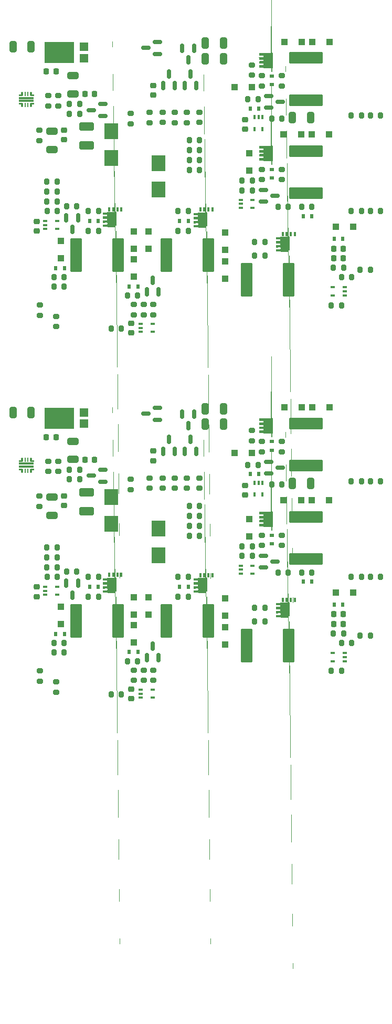
<source format=gbr>
%TF.GenerationSoftware,KiCad,Pcbnew,8.0.2+dfsg-1*%
%TF.CreationDate,2024-06-08T17:30:32+01:00*%
%TF.ProjectId,panel,70616e65-6c2e-46b6-9963-61645f706362,rev?*%
%TF.SameCoordinates,Original*%
%TF.FileFunction,Paste,Bot*%
%TF.FilePolarity,Positive*%
%FSLAX46Y46*%
G04 Gerber Fmt 4.6, Leading zero omitted, Abs format (unit mm)*
G04 Created by KiCad (PCBNEW 8.0.2+dfsg-1) date 2024-06-08 17:30:32*
%MOMM*%
%LPD*%
G01*
G04 APERTURE LIST*
G04 Aperture macros list*
%AMRoundRect*
0 Rectangle with rounded corners*
0 $1 Rounding radius*
0 $2 $3 $4 $5 $6 $7 $8 $9 X,Y pos of 4 corners*
0 Add a 4 corners polygon primitive as box body*
4,1,4,$2,$3,$4,$5,$6,$7,$8,$9,$2,$3,0*
0 Add four circle primitives for the rounded corners*
1,1,$1+$1,$2,$3*
1,1,$1+$1,$4,$5*
1,1,$1+$1,$6,$7*
1,1,$1+$1,$8,$9*
0 Add four rect primitives between the rounded corners*
20,1,$1+$1,$2,$3,$4,$5,0*
20,1,$1+$1,$4,$5,$6,$7,0*
20,1,$1+$1,$6,$7,$8,$9,0*
20,1,$1+$1,$8,$9,$2,$3,0*%
%AMFreePoly0*
4,1,5,0.202500,-0.377500,-0.202500,-0.377500,-0.202500,0.377500,0.202500,0.377500,0.202500,-0.377500,0.202500,-0.377500,$1*%
%AMFreePoly1*
4,1,53,0.118849,1.240000,0.127973,1.217973,0.150000,1.208849,0.168849,1.208849,0.168849,-1.228849,0.150000,-1.228849,0.127973,-1.237973,0.118849,-1.260000,0.118849,-1.828849,-0.118849,-1.828849,-0.118849,-1.260000,-0.127973,-1.237973,-0.150000,-1.228849,-1.318849,-1.228849,-1.318849,-1.210000,-1.327973,-1.187973,-1.350000,-1.178849,-2.018849,-1.178849,-2.018849,-0.791151,-1.350000,-0.791151,
-1.327973,-0.782027,-1.318849,-0.760000,-1.318849,-0.560000,-1.327973,-0.537973,-1.350000,-0.528849,-2.018849,-0.528849,-2.018849,-0.141151,-1.350000,-0.141151,-1.327973,-0.132027,-1.318849,-0.110000,-1.318849,0.090000,-1.327973,0.112027,-1.350000,0.121151,-2.018849,0.121151,-2.018849,0.508849,-1.350000,0.508849,-1.327973,0.517973,-1.318849,0.540000,-1.318849,0.740000,-1.327973,0.762027,
-1.350000,0.771151,-2.018849,0.771151,-2.018849,1.158849,-1.350000,1.158849,-1.327973,1.167973,-1.318849,1.190000,-1.318849,1.208849,-0.150000,1.208849,-0.127973,1.217973,-0.118849,1.240000,-0.118849,1.808849,0.118849,1.808849,0.118849,1.240000,0.118849,1.240000,$1*%
%AMFreePoly2*
4,1,27,0.269134,0.146194,0.285355,0.135355,0.296194,0.119134,0.300000,0.100000,0.300000,-0.450000,0.296194,-0.469134,0.285355,-0.485355,0.269134,-0.496194,0.250000,-0.500000,0.100000,-0.500000,0.080866,-0.496194,0.064645,-0.485355,0.053806,-0.469134,0.050000,-0.450000,0.050000,-0.150000,-0.250000,-0.150000,-0.269134,-0.146194,-0.285355,-0.135355,-0.296194,-0.119134,-0.300000,-0.100000,
-0.300000,0.100000,-0.296194,0.119134,-0.285355,0.135355,-0.269134,0.146194,-0.250000,0.150000,0.250000,0.150000,0.269134,0.146194,0.269134,0.146194,$1*%
%AMFreePoly3*
4,1,28,0.269134,0.496194,0.285355,0.485355,0.296194,0.469134,0.300000,0.450000,0.300000,-0.100000,0.296194,-0.119134,0.285355,-0.135355,0.269134,-0.146194,0.250000,-0.150000,0.000000,-0.150000,-0.250000,-0.150000,-0.269134,-0.146194,-0.285355,-0.135355,-0.296194,-0.119134,-0.300000,-0.100000,-0.300000,0.100000,-0.296194,0.119134,-0.285355,0.135355,-0.269134,0.146194,-0.250000,0.150000,
0.050000,0.150000,0.050000,0.450000,0.053806,0.469134,0.064645,0.485355,0.080866,0.496194,0.100000,0.500000,0.250000,0.500000,0.269134,0.496194,0.269134,0.496194,$1*%
%AMFreePoly4*
4,1,28,-0.080866,0.496194,-0.064645,0.485355,-0.053806,0.469134,-0.050000,0.450000,-0.050000,0.150000,0.250000,0.150000,0.269134,0.146194,0.285355,0.135355,0.296194,0.119134,0.300000,0.100000,0.300000,-0.100000,0.296194,-0.119134,0.285355,-0.135355,0.269134,-0.146194,0.250000,-0.150000,0.000000,-0.150000,-0.250000,-0.150000,-0.269134,-0.146194,-0.285355,-0.135355,-0.296194,-0.119134,
-0.300000,-0.100000,-0.300000,0.450000,-0.296194,0.469134,-0.285355,0.485355,-0.269134,0.496194,-0.250000,0.500000,-0.100000,0.500000,-0.080866,0.496194,-0.080866,0.496194,$1*%
%AMFreePoly5*
4,1,27,0.269134,0.146194,0.285355,0.135355,0.296194,0.119134,0.300000,0.100000,0.300000,-0.100000,0.296194,-0.119134,0.285355,-0.135355,0.269134,-0.146194,0.250000,-0.150000,-0.050000,-0.150000,-0.050000,-0.450000,-0.053806,-0.469134,-0.064645,-0.485355,-0.080866,-0.496194,-0.100000,-0.500000,-0.250000,-0.500000,-0.269134,-0.496194,-0.285355,-0.485355,-0.296194,-0.469134,-0.300000,-0.450000,
-0.300000,0.100000,-0.296194,0.119134,-0.285355,0.135355,-0.269134,0.146194,-0.250000,0.150000,0.250000,0.150000,0.269134,0.146194,0.269134,0.146194,$1*%
G04 Aperture macros list end*
%ADD10RoundRect,0.200000X-0.200000X-0.275000X0.200000X-0.275000X0.200000X0.275000X-0.200000X0.275000X0*%
%ADD11RoundRect,0.100000X-0.225000X-0.100000X0.225000X-0.100000X0.225000X0.100000X-0.225000X0.100000X0*%
%ADD12RoundRect,0.225000X-0.250000X0.225000X-0.250000X-0.225000X0.250000X-0.225000X0.250000X0.225000X0*%
%ADD13R,2.300000X2.500000*%
%ADD14RoundRect,0.150000X-0.150000X0.587500X-0.150000X-0.587500X0.150000X-0.587500X0.150000X0.587500X0*%
%ADD15RoundRect,0.200000X0.200000X0.275000X-0.200000X0.275000X-0.200000X-0.275000X0.200000X-0.275000X0*%
%ADD16RoundRect,0.200000X-0.275000X0.200000X-0.275000X-0.200000X0.275000X-0.200000X0.275000X0.200000X0*%
%ADD17RoundRect,0.250000X-0.325000X-0.650000X0.325000X-0.650000X0.325000X0.650000X-0.325000X0.650000X0*%
%ADD18RoundRect,0.225000X0.225000X0.250000X-0.225000X0.250000X-0.225000X-0.250000X0.225000X-0.250000X0*%
%ADD19R,1.100000X1.100000*%
%ADD20RoundRect,0.250000X-0.925000X0.412500X-0.925000X-0.412500X0.925000X-0.412500X0.925000X0.412500X0*%
%ADD21R,0.600000X0.700000*%
%ADD22RoundRect,0.225000X-0.225000X-0.250000X0.225000X-0.250000X0.225000X0.250000X-0.225000X0.250000X0*%
%ADD23RoundRect,0.200000X0.275000X-0.200000X0.275000X0.200000X-0.275000X0.200000X-0.275000X-0.200000X0*%
%ADD24RoundRect,0.100000X0.225000X0.100000X-0.225000X0.100000X-0.225000X-0.100000X0.225000X-0.100000X0*%
%ADD25RoundRect,0.250000X-0.650000X0.325000X-0.650000X-0.325000X0.650000X-0.325000X0.650000X0.325000X0*%
%ADD26RoundRect,0.250000X-0.712500X-2.475000X0.712500X-2.475000X0.712500X2.475000X-0.712500X2.475000X0*%
%ADD27RoundRect,0.150000X0.150000X-0.587500X0.150000X0.587500X-0.150000X0.587500X-0.150000X-0.587500X0*%
%ADD28RoundRect,0.250000X0.325000X0.650000X-0.325000X0.650000X-0.325000X-0.650000X0.325000X-0.650000X0*%
%ADD29RoundRect,0.250000X0.712500X2.475000X-0.712500X2.475000X-0.712500X-2.475000X0.712500X-2.475000X0*%
%ADD30R,0.700000X0.600000*%
%ADD31FreePoly0,180.000000*%
%ADD32FreePoly1,90.000000*%
%ADD33RoundRect,0.250000X-2.475000X0.712500X-2.475000X-0.712500X2.475000X-0.712500X2.475000X0.712500X0*%
%ADD34RoundRect,0.225000X0.250000X-0.225000X0.250000X0.225000X-0.250000X0.225000X-0.250000X-0.225000X0*%
%ADD35RoundRect,0.150000X-0.587500X-0.150000X0.587500X-0.150000X0.587500X0.150000X-0.587500X0.150000X0*%
%ADD36RoundRect,0.250000X0.650000X-0.325000X0.650000X0.325000X-0.650000X0.325000X-0.650000X-0.325000X0*%
%ADD37R,4.860000X3.360000*%
%ADD38R,1.400000X1.390000*%
%ADD39FreePoly2,90.000000*%
%ADD40RoundRect,0.050000X0.075000X-0.250000X0.075000X0.250000X-0.075000X0.250000X-0.075000X-0.250000X0*%
%ADD41FreePoly3,90.000000*%
%ADD42RoundRect,0.050000X1.150000X-0.100000X1.150000X0.100000X-1.150000X0.100000X-1.150000X-0.100000X0*%
%ADD43FreePoly4,90.000000*%
%ADD44FreePoly5,90.000000*%
%ADD45RoundRect,0.100000X-0.100000X0.225000X-0.100000X-0.225000X0.100000X-0.225000X0.100000X0.225000X0*%
%ADD46FreePoly0,270.000000*%
%ADD47FreePoly1,180.000000*%
%ADD48RoundRect,0.150000X0.587500X0.150000X-0.587500X0.150000X-0.587500X-0.150000X0.587500X-0.150000X0*%
G04 APERTURE END LIST*
D10*
%TO.C,R24*%
X147575000Y-56000000D03*
X149225000Y-56000000D03*
%TD*%
D11*
%TO.C,U6*%
X155900000Y-121100000D03*
X155900000Y-120450000D03*
X155900000Y-119800000D03*
X157800000Y-119800000D03*
X157800000Y-121100000D03*
%TD*%
D12*
%TO.C,C7*%
X141800000Y-101325000D03*
X141800000Y-102875000D03*
%TD*%
D13*
%TO.C,D7*%
X142600000Y-59150000D03*
X142600000Y-54850000D03*
%TD*%
D14*
%TO.C,Q4*%
X127750000Y-63662500D03*
X129650000Y-63662500D03*
X128700000Y-65537500D03*
%TD*%
D15*
%TO.C,R49*%
X173775000Y-73300000D03*
X172125000Y-73300000D03*
%TD*%
%TO.C,R38*%
X126250000Y-57875000D03*
X124600000Y-57875000D03*
%TD*%
D16*
%TO.C,R14*%
X159300000Y-40775000D03*
X159300000Y-42425000D03*
%TD*%
D17*
%TO.C,C12*%
X164225000Y-47500000D03*
X167175000Y-47500000D03*
%TD*%
D18*
%TO.C,C21*%
X172425000Y-70200000D03*
X170875000Y-70200000D03*
%TD*%
D19*
%TO.C,D26*%
X154850000Y-101600000D03*
X157650000Y-101600000D03*
%TD*%
D16*
%TO.C,R37*%
X138100000Y-105875000D03*
X138100000Y-107525000D03*
%TD*%
D19*
%TO.C,D8*%
X138600000Y-65900000D03*
X138600000Y-68700000D03*
%TD*%
D20*
%TO.C,C13*%
X131000000Y-107962500D03*
X131000000Y-111037500D03*
%TD*%
D21*
%TO.C,D2*%
X131500000Y-64200000D03*
X132900000Y-64200000D03*
%TD*%
D15*
%TO.C,R12*%
X163525000Y-120900000D03*
X161875000Y-120900000D03*
%TD*%
D16*
%TO.C,R35*%
X143300000Y-46675000D03*
X143300000Y-48325000D03*
%TD*%
D22*
%TO.C,C24*%
X130725000Y-43750000D03*
X132275000Y-43750000D03*
%TD*%
D23*
%TO.C,R7*%
X162500000Y-57525000D03*
X162500000Y-55875000D03*
%TD*%
D24*
%TO.C,U8*%
X172650000Y-133900000D03*
X172650000Y-134550000D03*
X172650000Y-135200000D03*
X170750000Y-135200000D03*
X170750000Y-133900000D03*
%TD*%
D25*
%TO.C,C20*%
X125400000Y-49725000D03*
X125400000Y-52675000D03*
%TD*%
D15*
%TO.C,R19*%
X136625000Y-81600000D03*
X134975000Y-81600000D03*
%TD*%
D25*
%TO.C,C20*%
X125400000Y-108725000D03*
X125400000Y-111675000D03*
%TD*%
D10*
%TO.C,R27*%
X147575000Y-51200000D03*
X149225000Y-51200000D03*
%TD*%
D15*
%TO.C,R56*%
X175375000Y-121600000D03*
X173725000Y-121600000D03*
%TD*%
D23*
%TO.C,R20*%
X157700000Y-99675000D03*
X157700000Y-98025000D03*
%TD*%
D15*
%TO.C,R53*%
X127375000Y-132300000D03*
X125725000Y-132300000D03*
%TD*%
%TO.C,R55*%
X172125000Y-136800000D03*
X170475000Y-136800000D03*
%TD*%
D18*
%TO.C,C17*%
X126075000Y-40100000D03*
X124525000Y-40100000D03*
%TD*%
D15*
%TO.C,R30*%
X126250000Y-120050000D03*
X124600000Y-120050000D03*
%TD*%
D13*
%TO.C,D7*%
X142600000Y-118150000D03*
X142600000Y-113850000D03*
%TD*%
D14*
%TO.C,Q4*%
X127750000Y-122662500D03*
X129650000Y-122662500D03*
X128700000Y-124537500D03*
%TD*%
D26*
%TO.C,F1*%
X156812500Y-132700000D03*
X163587500Y-132700000D03*
%TD*%
D18*
%TO.C,C17*%
X126075000Y-99100000D03*
X124525000Y-99100000D03*
%TD*%
D15*
%TO.C,R22*%
X162525000Y-47700000D03*
X160875000Y-47700000D03*
%TD*%
D11*
%TO.C,U4*%
X139750000Y-141100000D03*
X139750000Y-140450000D03*
X139750000Y-139800000D03*
X141650000Y-139800000D03*
X141650000Y-141100000D03*
%TD*%
D10*
%TO.C,R24*%
X147575000Y-115000000D03*
X149225000Y-115000000D03*
%TD*%
D27*
%TO.C,D33*%
X145250000Y-42337500D03*
X143350000Y-42337500D03*
X144300000Y-40462500D03*
%TD*%
D15*
%TO.C,R19*%
X136625000Y-140600000D03*
X134975000Y-140600000D03*
%TD*%
D28*
%TO.C,C2*%
X153075000Y-38000000D03*
X150125000Y-38000000D03*
%TD*%
D15*
%TO.C,R55*%
X172125000Y-77800000D03*
X170475000Y-77800000D03*
%TD*%
D10*
%TO.C,R16*%
X176775000Y-47200000D03*
X178425000Y-47200000D03*
%TD*%
D29*
%TO.C,F4*%
X150637500Y-69700000D03*
X143862500Y-69700000D03*
%TD*%
D15*
%TO.C,R10*%
X157725000Y-116700000D03*
X156075000Y-116700000D03*
%TD*%
D23*
%TO.C,R58*%
X123450000Y-79425000D03*
X123450000Y-77775000D03*
%TD*%
D18*
%TO.C,C21*%
X172425000Y-129200000D03*
X170875000Y-129200000D03*
%TD*%
D19*
%TO.C,D8*%
X138600000Y-124900000D03*
X138600000Y-127700000D03*
%TD*%
D21*
%TO.C,D17*%
X146000000Y-64200000D03*
X147400000Y-64200000D03*
%TD*%
D30*
%TO.C,D18*%
X160900000Y-101200000D03*
X160900000Y-99800000D03*
%TD*%
D15*
%TO.C,R38*%
X126250000Y-116875000D03*
X124600000Y-116875000D03*
%TD*%
D19*
%TO.C,D22*%
X162900000Y-35300000D03*
X165700000Y-35300000D03*
%TD*%
D23*
%TO.C,R15*%
X140200000Y-138325000D03*
X140200000Y-136675000D03*
%TD*%
D31*
%TO.C,Q2*%
X136625000Y-121300000D03*
D32*
X135640000Y-122950000D03*
D31*
X135975000Y-121300000D03*
X135325000Y-121300000D03*
X134675000Y-121300000D03*
%TD*%
D21*
%TO.C,D6*%
X167350000Y-122400000D03*
X165950000Y-122400000D03*
%TD*%
D19*
%TO.C,D22*%
X162900000Y-94300000D03*
X165700000Y-94300000D03*
%TD*%
D30*
%TO.C,D3*%
X160900000Y-116300000D03*
X160900000Y-114900000D03*
%TD*%
D33*
%TO.C,F5*%
X166400000Y-37912500D03*
X166400000Y-44687500D03*
%TD*%
D16*
%TO.C,R34*%
X145200000Y-105687500D03*
X145200000Y-107337500D03*
%TD*%
D21*
%TO.C,D39*%
X172350000Y-126100000D03*
X170950000Y-126100000D03*
%TD*%
%TO.C,D2*%
X131500000Y-123200000D03*
X132900000Y-123200000D03*
%TD*%
D19*
%TO.C,D23*%
X153350000Y-70700000D03*
X153350000Y-73500000D03*
%TD*%
D23*
%TO.C,R4*%
X126100000Y-81225000D03*
X126100000Y-79575000D03*
%TD*%
D11*
%TO.C,U4*%
X139750000Y-82100000D03*
X139750000Y-81450000D03*
X139750000Y-80800000D03*
X141650000Y-80800000D03*
X141650000Y-82100000D03*
%TD*%
D23*
%TO.C,R21*%
X141750000Y-79325000D03*
X141750000Y-77675000D03*
%TD*%
D16*
%TO.C,R3*%
X159300000Y-114875000D03*
X159300000Y-116525000D03*
%TD*%
D15*
%TO.C,R1*%
X159775000Y-69800000D03*
X158125000Y-69800000D03*
%TD*%
D34*
%TO.C,C29*%
X122950000Y-65800000D03*
X122950000Y-64250000D03*
%TD*%
D15*
%TO.C,R13*%
X147425000Y-121600000D03*
X145775000Y-121600000D03*
%TD*%
D10*
%TO.C,R27*%
X147575000Y-110200000D03*
X149225000Y-110200000D03*
%TD*%
D15*
%TO.C,R23*%
X159775000Y-67600000D03*
X158125000Y-67600000D03*
%TD*%
D35*
%TO.C,Q5*%
X159512500Y-61100000D03*
X159512500Y-59200000D03*
X161387500Y-60150000D03*
%TD*%
D21*
%TO.C,D42*%
X157400000Y-46050000D03*
X158800000Y-46050000D03*
%TD*%
D10*
%TO.C,R8*%
X165700000Y-120900000D03*
X167350000Y-120900000D03*
%TD*%
D21*
%TO.C,D45*%
X126050000Y-71800000D03*
X127450000Y-71800000D03*
%TD*%
D15*
%TO.C,R54*%
X175375000Y-106200000D03*
X173725000Y-106200000D03*
%TD*%
D31*
%TO.C,Q1*%
X164600000Y-125292500D03*
D32*
X163615000Y-126942500D03*
D31*
X163950000Y-125292500D03*
X163300000Y-125292500D03*
X162650000Y-125292500D03*
%TD*%
D10*
%TO.C,R17*%
X145775000Y-65800000D03*
X147425000Y-65800000D03*
%TD*%
D27*
%TO.C,D32*%
X148750000Y-101337500D03*
X146850000Y-101337500D03*
X147800000Y-99462500D03*
%TD*%
D10*
%TO.C,R26*%
X147575000Y-111800000D03*
X149225000Y-111800000D03*
%TD*%
D23*
%TO.C,R18*%
X162500000Y-101425000D03*
X162500000Y-99775000D03*
%TD*%
D11*
%TO.C,U6*%
X155900000Y-62100000D03*
X155900000Y-61450000D03*
X155900000Y-60800000D03*
X157800000Y-60800000D03*
X157800000Y-62100000D03*
%TD*%
D14*
%TO.C,D34*%
X146450000Y-36362500D03*
X148350000Y-36362500D03*
X147400000Y-38237500D03*
%TD*%
D19*
%TO.C,D26*%
X154850000Y-42600000D03*
X157650000Y-42600000D03*
%TD*%
%TO.C,D40*%
X174000000Y-65150000D03*
X171200000Y-65150000D03*
%TD*%
D29*
%TO.C,F4*%
X150637500Y-128700000D03*
X143862500Y-128700000D03*
%TD*%
D15*
%TO.C,R41*%
X129875000Y-104350000D03*
X128225000Y-104350000D03*
%TD*%
D10*
%TO.C,R17*%
X145775000Y-124800000D03*
X147425000Y-124800000D03*
%TD*%
D29*
%TO.C,F2*%
X136087500Y-128700000D03*
X129312500Y-128700000D03*
%TD*%
D36*
%TO.C,C19*%
X128800000Y-43675000D03*
X128800000Y-40725000D03*
%TD*%
D23*
%TO.C,R46*%
X123400000Y-51225000D03*
X123400000Y-49575000D03*
%TD*%
D15*
%TO.C,R12*%
X163525000Y-61900000D03*
X161875000Y-61900000D03*
%TD*%
D19*
%TO.C,D21*%
X153350000Y-66100000D03*
X153350000Y-68900000D03*
%TD*%
D33*
%TO.C,F3*%
X166400000Y-111912500D03*
X166400000Y-118687500D03*
%TD*%
D10*
%TO.C,R52*%
X137575000Y-76200000D03*
X139225000Y-76200000D03*
%TD*%
D19*
%TO.C,D23*%
X153350000Y-129700000D03*
X153350000Y-132500000D03*
%TD*%
D27*
%TO.C,Q8*%
X142650000Y-75637500D03*
X140750000Y-75637500D03*
X141700000Y-73762500D03*
%TD*%
D23*
%TO.C,R15*%
X140200000Y-79325000D03*
X140200000Y-77675000D03*
%TD*%
D19*
%TO.C,D13*%
X157300000Y-112300000D03*
X157300000Y-115100000D03*
%TD*%
D13*
%TO.C,D16*%
X135000000Y-49750000D03*
X135000000Y-54050000D03*
%TD*%
D23*
%TO.C,R45*%
X126400000Y-45625000D03*
X126400000Y-43975000D03*
%TD*%
D31*
%TO.C,Q6*%
X151300000Y-62350000D03*
D32*
X150315000Y-64000000D03*
D31*
X150650000Y-62350000D03*
X150000000Y-62350000D03*
X149350000Y-62350000D03*
%TD*%
D15*
%TO.C,R54*%
X175375000Y-47200000D03*
X173725000Y-47200000D03*
%TD*%
D28*
%TO.C,C2*%
X153075000Y-97000000D03*
X150125000Y-97000000D03*
%TD*%
D15*
%TO.C,R2*%
X132925000Y-121600000D03*
X131275000Y-121600000D03*
%TD*%
D37*
%TO.C,D36*%
X126580000Y-37000000D03*
D38*
X130562000Y-36080000D03*
X130562000Y-37920000D03*
%TD*%
D34*
%TO.C,C29*%
X122950000Y-124800000D03*
X122950000Y-123250000D03*
%TD*%
D23*
%TO.C,R58*%
X123450000Y-138425000D03*
X123450000Y-136775000D03*
%TD*%
D39*
%TO.C,U3*%
X122000000Y-45500000D03*
D40*
X121525000Y-45500000D03*
X121075000Y-45500000D03*
D41*
X120600000Y-45500000D03*
D42*
X121300000Y-44850000D03*
X121300000Y-44350000D03*
D43*
X120600000Y-43700000D03*
D40*
X121075000Y-43700000D03*
X121525000Y-43700000D03*
D44*
X122000000Y-43700000D03*
%TD*%
D19*
%TO.C,D10*%
X138650000Y-129400000D03*
X138650000Y-132200000D03*
%TD*%
D10*
%TO.C,R25*%
X147575000Y-54400000D03*
X149225000Y-54400000D03*
%TD*%
D19*
%TO.C,D13*%
X157300000Y-53300000D03*
X157300000Y-56100000D03*
%TD*%
D15*
%TO.C,R11*%
X129425000Y-61800000D03*
X127775000Y-61800000D03*
%TD*%
D24*
%TO.C,U8*%
X172650000Y-74900000D03*
X172650000Y-75550000D03*
X172650000Y-76200000D03*
X170750000Y-76200000D03*
X170750000Y-74900000D03*
%TD*%
D21*
%TO.C,D44*%
X139300000Y-133750000D03*
X137900000Y-133750000D03*
%TD*%
D18*
%TO.C,C25*%
X172425000Y-68650000D03*
X170875000Y-68650000D03*
%TD*%
D19*
%TO.C,D9*%
X162800000Y-50250000D03*
X165600000Y-50250000D03*
%TD*%
D10*
%TO.C,R52*%
X137575000Y-135200000D03*
X139225000Y-135200000D03*
%TD*%
D21*
%TO.C,D44*%
X139300000Y-74750000D03*
X137900000Y-74750000D03*
%TD*%
D15*
%TO.C,R47*%
X172475000Y-71750000D03*
X170825000Y-71750000D03*
%TD*%
D10*
%TO.C,R48*%
X175125000Y-72050000D03*
X176775000Y-72050000D03*
%TD*%
D19*
%TO.C,D24*%
X167400000Y-94300000D03*
X170200000Y-94300000D03*
%TD*%
D23*
%TO.C,R57*%
X138650000Y-79325000D03*
X138650000Y-77675000D03*
%TD*%
D16*
%TO.C,R33*%
X147200000Y-105687500D03*
X147200000Y-107337500D03*
%TD*%
D15*
%TO.C,R5*%
X178425000Y-121600000D03*
X176775000Y-121600000D03*
%TD*%
D36*
%TO.C,C19*%
X128800000Y-102675000D03*
X128800000Y-99725000D03*
%TD*%
D19*
%TO.C,D12*%
X126900000Y-126400000D03*
X126900000Y-129200000D03*
%TD*%
D45*
%TO.C,U7*%
X158100000Y-106450000D03*
X158750000Y-106450000D03*
X159400000Y-106450000D03*
X159400000Y-108350000D03*
X158100000Y-108350000D03*
%TD*%
D26*
%TO.C,F1*%
X156812500Y-73700000D03*
X163587500Y-73700000D03*
%TD*%
D35*
%TO.C,Q9*%
X160362500Y-45950000D03*
X160362500Y-44050000D03*
X162237500Y-45000000D03*
%TD*%
D19*
%TO.C,D12*%
X126900000Y-67400000D03*
X126900000Y-70200000D03*
%TD*%
%TO.C,D10*%
X138650000Y-70400000D03*
X138650000Y-73200000D03*
%TD*%
D17*
%TO.C,C10*%
X119125000Y-36125000D03*
X122075000Y-36125000D03*
%TD*%
D15*
%TO.C,R31*%
X126275000Y-62625000D03*
X124625000Y-62625000D03*
%TD*%
D12*
%TO.C,C9*%
X127400000Y-49525000D03*
X127400000Y-51075000D03*
%TD*%
D15*
%TO.C,R9*%
X127375000Y-74800000D03*
X125725000Y-74800000D03*
%TD*%
%TO.C,R47*%
X172475000Y-130750000D03*
X170825000Y-130750000D03*
%TD*%
D16*
%TO.C,R33*%
X147200000Y-46687500D03*
X147200000Y-48337500D03*
%TD*%
D21*
%TO.C,D45*%
X126050000Y-130800000D03*
X127450000Y-130800000D03*
%TD*%
D19*
%TO.C,D11*%
X167350000Y-50250000D03*
X170150000Y-50250000D03*
%TD*%
D15*
%TO.C,R29*%
X126250000Y-118475000D03*
X124600000Y-118475000D03*
%TD*%
D23*
%TO.C,R57*%
X138650000Y-138325000D03*
X138650000Y-136675000D03*
%TD*%
D21*
%TO.C,D39*%
X172350000Y-67100000D03*
X170950000Y-67100000D03*
%TD*%
D31*
%TO.C,Q6*%
X151300000Y-121350000D03*
D32*
X150315000Y-123000000D03*
D31*
X150650000Y-121350000D03*
X150000000Y-121350000D03*
X149350000Y-121350000D03*
%TD*%
D16*
%TO.C,R14*%
X159300000Y-99775000D03*
X159300000Y-101425000D03*
%TD*%
D11*
%TO.C,U5*%
X124350000Y-65500000D03*
X124350000Y-64850000D03*
X124350000Y-64200000D03*
X126250000Y-64200000D03*
X126250000Y-65500000D03*
%TD*%
D46*
%TO.C,Q7*%
X159250000Y-96275000D03*
D47*
X160900000Y-97260000D03*
D46*
X159250000Y-96925000D03*
X159250000Y-97575000D03*
X159250000Y-98225000D03*
%TD*%
D15*
%TO.C,R50*%
X158675000Y-44550000D03*
X157025000Y-44550000D03*
%TD*%
D22*
%TO.C,C24*%
X130725000Y-102750000D03*
X132275000Y-102750000D03*
%TD*%
D15*
%TO.C,R30*%
X126250000Y-61050000D03*
X124600000Y-61050000D03*
%TD*%
%TO.C,R1*%
X159775000Y-128800000D03*
X158125000Y-128800000D03*
%TD*%
D13*
%TO.C,D16*%
X135000000Y-108750000D03*
X135000000Y-113050000D03*
%TD*%
D34*
%TO.C,C26*%
X156600000Y-49425000D03*
X156600000Y-47875000D03*
%TD*%
D10*
%TO.C,R6*%
X131275000Y-65800000D03*
X132925000Y-65800000D03*
%TD*%
D19*
%TO.C,D25*%
X141000000Y-124900000D03*
X141000000Y-127700000D03*
%TD*%
D34*
%TO.C,C28*%
X138200000Y-141275000D03*
X138200000Y-139725000D03*
%TD*%
D15*
%TO.C,R56*%
X175375000Y-62600000D03*
X173725000Y-62600000D03*
%TD*%
D27*
%TO.C,Q8*%
X142650000Y-134637500D03*
X140750000Y-134637500D03*
X141700000Y-132762500D03*
%TD*%
D15*
%TO.C,R29*%
X126250000Y-59475000D03*
X124600000Y-59475000D03*
%TD*%
D16*
%TO.C,R35*%
X143300000Y-105675000D03*
X143300000Y-107325000D03*
%TD*%
D15*
%TO.C,R13*%
X147425000Y-62600000D03*
X145775000Y-62600000D03*
%TD*%
D33*
%TO.C,F3*%
X166400000Y-52912500D03*
X166400000Y-59687500D03*
%TD*%
D28*
%TO.C,C4*%
X153075000Y-94500000D03*
X150125000Y-94500000D03*
%TD*%
D11*
%TO.C,U5*%
X124350000Y-124500000D03*
X124350000Y-123850000D03*
X124350000Y-123200000D03*
X126250000Y-123200000D03*
X126250000Y-124500000D03*
%TD*%
D16*
%TO.C,R37*%
X138100000Y-46875000D03*
X138100000Y-48525000D03*
%TD*%
D18*
%TO.C,C25*%
X172425000Y-127650000D03*
X170875000Y-127650000D03*
%TD*%
D21*
%TO.C,D6*%
X167350000Y-63400000D03*
X165950000Y-63400000D03*
%TD*%
D10*
%TO.C,R51*%
X156075000Y-118250000D03*
X157725000Y-118250000D03*
%TD*%
D15*
%TO.C,R43*%
X129875000Y-46900000D03*
X128225000Y-46900000D03*
%TD*%
D16*
%TO.C,R3*%
X159300000Y-55875000D03*
X159300000Y-57525000D03*
%TD*%
D34*
%TO.C,C26*%
X156600000Y-108425000D03*
X156600000Y-106875000D03*
%TD*%
D15*
%TO.C,R22*%
X162525000Y-106700000D03*
X160875000Y-106700000D03*
%TD*%
D48*
%TO.C,D35*%
X142437500Y-35350000D03*
X142437500Y-37250000D03*
X140562500Y-36300000D03*
%TD*%
D19*
%TO.C,D21*%
X153350000Y-125100000D03*
X153350000Y-127900000D03*
%TD*%
D15*
%TO.C,R11*%
X129425000Y-120800000D03*
X127775000Y-120800000D03*
%TD*%
D10*
%TO.C,R26*%
X147575000Y-52800000D03*
X149225000Y-52800000D03*
%TD*%
D16*
%TO.C,R32*%
X149200000Y-46675000D03*
X149200000Y-48325000D03*
%TD*%
D15*
%TO.C,R9*%
X127375000Y-133800000D03*
X125725000Y-133800000D03*
%TD*%
D34*
%TO.C,C28*%
X138200000Y-82275000D03*
X138200000Y-80725000D03*
%TD*%
D17*
%TO.C,C12*%
X164225000Y-106500000D03*
X167175000Y-106500000D03*
%TD*%
D16*
%TO.C,R42*%
X124850000Y-102975000D03*
X124850000Y-104625000D03*
%TD*%
%TO.C,R34*%
X145200000Y-46687500D03*
X145200000Y-48337500D03*
%TD*%
D31*
%TO.C,Q2*%
X136625000Y-62300000D03*
D32*
X135640000Y-63950000D03*
D31*
X135975000Y-62300000D03*
X135325000Y-62300000D03*
X134675000Y-62300000D03*
%TD*%
D23*
%TO.C,R46*%
X123400000Y-110225000D03*
X123400000Y-108575000D03*
%TD*%
D19*
%TO.C,D25*%
X141000000Y-65900000D03*
X141000000Y-68700000D03*
%TD*%
D15*
%TO.C,R5*%
X178425000Y-62600000D03*
X176775000Y-62600000D03*
%TD*%
D23*
%TO.C,R18*%
X162500000Y-42425000D03*
X162500000Y-40775000D03*
%TD*%
D15*
%TO.C,R23*%
X159775000Y-126600000D03*
X158125000Y-126600000D03*
%TD*%
D23*
%TO.C,R7*%
X162500000Y-116525000D03*
X162500000Y-114875000D03*
%TD*%
D20*
%TO.C,C13*%
X131000000Y-48962500D03*
X131000000Y-52037500D03*
%TD*%
D33*
%TO.C,F5*%
X166400000Y-96912500D03*
X166400000Y-103687500D03*
%TD*%
D16*
%TO.C,R42*%
X124850000Y-43975000D03*
X124850000Y-45625000D03*
%TD*%
D46*
%TO.C,Q7*%
X159250000Y-37275000D03*
D47*
X160900000Y-38260000D03*
D46*
X159250000Y-37925000D03*
X159250000Y-38575000D03*
X159250000Y-39225000D03*
%TD*%
D10*
%TO.C,R16*%
X176775000Y-106200000D03*
X178425000Y-106200000D03*
%TD*%
D35*
%TO.C,Q5*%
X159512500Y-120100000D03*
X159512500Y-118200000D03*
X161387500Y-119150000D03*
%TD*%
D39*
%TO.C,U3*%
X122000000Y-104500000D03*
D40*
X121525000Y-104500000D03*
X121075000Y-104500000D03*
D41*
X120600000Y-104500000D03*
D42*
X121300000Y-103850000D03*
X121300000Y-103350000D03*
D43*
X120600000Y-102700000D03*
D40*
X121075000Y-102700000D03*
X121525000Y-102700000D03*
D44*
X122000000Y-102700000D03*
%TD*%
D27*
%TO.C,D32*%
X148750000Y-42337500D03*
X146850000Y-42337500D03*
X147800000Y-40462500D03*
%TD*%
D23*
%TO.C,R45*%
X126400000Y-104625000D03*
X126400000Y-102975000D03*
%TD*%
D10*
%TO.C,R25*%
X147575000Y-113400000D03*
X149225000Y-113400000D03*
%TD*%
D12*
%TO.C,C9*%
X127400000Y-108525000D03*
X127400000Y-110075000D03*
%TD*%
D46*
%TO.C,Q3*%
X159250000Y-52275000D03*
D47*
X160900000Y-53260000D03*
D46*
X159250000Y-52925000D03*
X159250000Y-53575000D03*
X159250000Y-54225000D03*
%TD*%
D21*
%TO.C,D17*%
X146000000Y-123200000D03*
X147400000Y-123200000D03*
%TD*%
D10*
%TO.C,R48*%
X175125000Y-131050000D03*
X176775000Y-131050000D03*
%TD*%
D15*
%TO.C,R53*%
X127375000Y-73300000D03*
X125725000Y-73300000D03*
%TD*%
D27*
%TO.C,D33*%
X145250000Y-101337500D03*
X143350000Y-101337500D03*
X144300000Y-99462500D03*
%TD*%
D21*
%TO.C,D42*%
X157400000Y-105050000D03*
X158800000Y-105050000D03*
%TD*%
D46*
%TO.C,Q3*%
X159250000Y-111275000D03*
D47*
X160900000Y-112260000D03*
D46*
X159250000Y-111925000D03*
X159250000Y-112575000D03*
X159250000Y-113225000D03*
%TD*%
D10*
%TO.C,R8*%
X165700000Y-61900000D03*
X167350000Y-61900000D03*
%TD*%
D23*
%TO.C,R4*%
X126100000Y-140225000D03*
X126100000Y-138575000D03*
%TD*%
D10*
%TO.C,R6*%
X131275000Y-124800000D03*
X132925000Y-124800000D03*
%TD*%
D12*
%TO.C,C7*%
X141800000Y-42325000D03*
X141800000Y-43875000D03*
%TD*%
D28*
%TO.C,C4*%
X153075000Y-35500000D03*
X150125000Y-35500000D03*
%TD*%
D45*
%TO.C,U7*%
X158100000Y-47450000D03*
X158750000Y-47450000D03*
X159400000Y-47450000D03*
X159400000Y-49350000D03*
X158100000Y-49350000D03*
%TD*%
D29*
%TO.C,F2*%
X136087500Y-69700000D03*
X129312500Y-69700000D03*
%TD*%
D17*
%TO.C,C10*%
X119125000Y-95125000D03*
X122075000Y-95125000D03*
%TD*%
D31*
%TO.C,Q1*%
X164600000Y-66292500D03*
D32*
X163615000Y-67942500D03*
D31*
X163950000Y-66292500D03*
X163300000Y-66292500D03*
X162650000Y-66292500D03*
%TD*%
D14*
%TO.C,D34*%
X146450000Y-95362500D03*
X148350000Y-95362500D03*
X147400000Y-97237500D03*
%TD*%
D15*
%TO.C,R49*%
X173775000Y-132300000D03*
X172125000Y-132300000D03*
%TD*%
D19*
%TO.C,D11*%
X167350000Y-109250000D03*
X170150000Y-109250000D03*
%TD*%
D37*
%TO.C,D36*%
X126580000Y-96000000D03*
D38*
X130562000Y-95080000D03*
X130562000Y-96920000D03*
%TD*%
D15*
%TO.C,R50*%
X158675000Y-103550000D03*
X157025000Y-103550000D03*
%TD*%
D48*
%TO.C,U9*%
X133675000Y-104350000D03*
X133675000Y-106250000D03*
X131800000Y-105300000D03*
%TD*%
D15*
%TO.C,R43*%
X129875000Y-105900000D03*
X128225000Y-105900000D03*
%TD*%
D16*
%TO.C,R36*%
X141200000Y-105687500D03*
X141200000Y-107337500D03*
%TD*%
D19*
%TO.C,D24*%
X167400000Y-35300000D03*
X170200000Y-35300000D03*
%TD*%
%TO.C,D40*%
X174000000Y-124150000D03*
X171200000Y-124150000D03*
%TD*%
D48*
%TO.C,D35*%
X142437500Y-94350000D03*
X142437500Y-96250000D03*
X140562500Y-95300000D03*
%TD*%
%TO.C,U9*%
X133675000Y-45350000D03*
X133675000Y-47250000D03*
X131800000Y-46300000D03*
%TD*%
D16*
%TO.C,R36*%
X141200000Y-46687500D03*
X141200000Y-48337500D03*
%TD*%
%TO.C,R32*%
X149200000Y-105675000D03*
X149200000Y-107325000D03*
%TD*%
D30*
%TO.C,D3*%
X160900000Y-57300000D03*
X160900000Y-55900000D03*
%TD*%
D15*
%TO.C,R2*%
X132925000Y-62600000D03*
X131275000Y-62600000D03*
%TD*%
D19*
%TO.C,D9*%
X162800000Y-109250000D03*
X165600000Y-109250000D03*
%TD*%
D15*
%TO.C,R41*%
X129875000Y-45350000D03*
X128225000Y-45350000D03*
%TD*%
D23*
%TO.C,R20*%
X157700000Y-40675000D03*
X157700000Y-39025000D03*
%TD*%
%TO.C,R21*%
X141750000Y-138325000D03*
X141750000Y-136675000D03*
%TD*%
D35*
%TO.C,Q9*%
X160362500Y-104950000D03*
X160362500Y-103050000D03*
X162237500Y-104000000D03*
%TD*%
D15*
%TO.C,R10*%
X157725000Y-57700000D03*
X156075000Y-57700000D03*
%TD*%
D10*
%TO.C,R51*%
X156075000Y-59250000D03*
X157725000Y-59250000D03*
%TD*%
D15*
%TO.C,R31*%
X126275000Y-121625000D03*
X124625000Y-121625000D03*
%TD*%
D30*
%TO.C,D18*%
X160900000Y-42200000D03*
X160900000Y-40800000D03*
%TD*%
M02*

</source>
